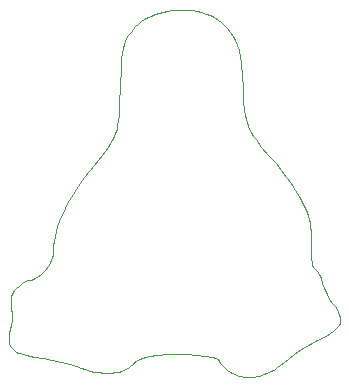
<source format=gbr>
G04 #@! TF.GenerationSoftware,KiCad,Pcbnew,5.1.2*
G04 #@! TF.CreationDate,2019-07-12T11:27:54-05:00*
G04 #@! TF.ProjectId,Tux,5475782e-6b69-4636-9164-5f7063625858,rev?*
G04 #@! TF.SameCoordinates,Original*
G04 #@! TF.FileFunction,Profile,NP*
%FSLAX46Y46*%
G04 Gerber Fmt 4.6, Leading zero omitted, Abs format (unit mm)*
G04 Created by KiCad (PCBNEW 5.1.2) date 2019-07-12 11:27:54*
%MOMM*%
%LPD*%
G04 APERTURE LIST*
%ADD10C,0.100000*%
G04 APERTURE END LIST*
D10*
X155535760Y-80236170D02*
X155141098Y-80246210D01*
X155141098Y-80246210D02*
X154758034Y-80276130D01*
X154758034Y-80276130D02*
X154387126Y-80325640D01*
X154387126Y-80325640D02*
X154028934Y-80394461D01*
X154028934Y-80394461D02*
X153684018Y-80482291D01*
X153684018Y-80482291D02*
X153352938Y-80588844D01*
X153352938Y-80588844D02*
X153036254Y-80713834D01*
X153036254Y-80713834D02*
X152734524Y-80856968D01*
X152734524Y-80856968D02*
X152448309Y-81017958D01*
X152448309Y-81017958D02*
X152178168Y-81196515D01*
X152178168Y-81196515D02*
X151924661Y-81392348D01*
X151924661Y-81392348D02*
X151688347Y-81605167D01*
X151688347Y-81605167D02*
X151469787Y-81834683D01*
X151469787Y-81834683D02*
X151269540Y-82080608D01*
X151269540Y-82080608D02*
X151088165Y-82342651D01*
X151088165Y-82342651D02*
X150926222Y-82620522D01*
X150926222Y-82620522D02*
X150794898Y-82886217D01*
X150794898Y-82886217D02*
X150690577Y-83156394D01*
X150690577Y-83156394D02*
X150608747Y-83465574D01*
X150608747Y-83465574D02*
X150544887Y-83848279D01*
X150544887Y-83848279D02*
X150494497Y-84339029D01*
X150494497Y-84339029D02*
X150453057Y-84972346D01*
X150453057Y-84972346D02*
X150378967Y-86804763D01*
X150378967Y-86804763D02*
X150329467Y-88117923D01*
X150329467Y-88117923D02*
X150264677Y-89142410D01*
X150264677Y-89142410D02*
X150218687Y-89569534D01*
X150218687Y-89569534D02*
X150159427Y-89952252D01*
X150159427Y-89952252D02*
X150083757Y-90299816D01*
X150083757Y-90299816D02*
X149988537Y-90621480D01*
X149988537Y-90621480D02*
X149870608Y-90926498D01*
X149870608Y-90926498D02*
X149726826Y-91224123D01*
X149726826Y-91224123D02*
X149554044Y-91523609D01*
X149554044Y-91523609D02*
X149349116Y-91834211D01*
X149349116Y-91834211D02*
X148830230Y-92525773D01*
X148830230Y-92525773D02*
X148144990Y-93372838D01*
X148144990Y-93372838D02*
X147740876Y-93878951D01*
X147740876Y-93878951D02*
X147360938Y-94379695D01*
X147360938Y-94379695D02*
X147005430Y-94874543D01*
X147005430Y-94874543D02*
X146674604Y-95362963D01*
X146674604Y-95362963D02*
X146368714Y-95844428D01*
X146368714Y-95844428D02*
X146088011Y-96318408D01*
X146088011Y-96318408D02*
X145832749Y-96784372D01*
X145832749Y-96784372D02*
X145603180Y-97241792D01*
X145603180Y-97241792D02*
X145399558Y-97690138D01*
X145399558Y-97690138D02*
X145222135Y-98128882D01*
X145222135Y-98128882D02*
X145071164Y-98557492D01*
X145071164Y-98557492D02*
X144946899Y-98975440D01*
X144946899Y-98975440D02*
X144849589Y-99382197D01*
X144849589Y-99382197D02*
X144779489Y-99777233D01*
X144779489Y-99777233D02*
X144736859Y-100160019D01*
X144736859Y-100160019D02*
X144721939Y-100530024D01*
X144721939Y-100530024D02*
X144710269Y-100751965D01*
X144710269Y-100751965D02*
X144677189Y-100972595D01*
X144677189Y-100972595D02*
X144623829Y-101190523D01*
X144623829Y-101190523D02*
X144551319Y-101404356D01*
X144551319Y-101404356D02*
X144460789Y-101612700D01*
X144460789Y-101612700D02*
X144353368Y-101814162D01*
X144353368Y-101814162D02*
X144230188Y-102007349D01*
X144230188Y-102007349D02*
X144092381Y-102190869D01*
X144092381Y-102190869D02*
X143941078Y-102363327D01*
X143941078Y-102363327D02*
X143777410Y-102523332D01*
X143777410Y-102523332D02*
X143602507Y-102669490D01*
X143602507Y-102669490D02*
X143417502Y-102800407D01*
X143417502Y-102800407D02*
X143223524Y-102914692D01*
X143223524Y-102914692D02*
X143021705Y-103010952D01*
X143021705Y-103010952D02*
X142813176Y-103087792D01*
X142813176Y-103087792D02*
X142599068Y-103143822D01*
X142599068Y-103143822D02*
X142359775Y-103228332D01*
X142359775Y-103228332D02*
X142088622Y-103379135D01*
X142088622Y-103379135D02*
X141818961Y-103574933D01*
X141818961Y-103574933D02*
X141584143Y-103794430D01*
X141584143Y-103794430D02*
X141431240Y-103967205D01*
X141431240Y-103967205D02*
X141314889Y-104120675D01*
X141314889Y-104120675D02*
X141231539Y-104269681D01*
X141231539Y-104269681D02*
X141177649Y-104429064D01*
X141177649Y-104429064D02*
X141149669Y-104613667D01*
X141149669Y-104613667D02*
X141144069Y-104838328D01*
X141144069Y-104838328D02*
X141185729Y-105467194D01*
X141185729Y-105467194D02*
X141209009Y-105960882D01*
X141209009Y-105960882D02*
X141197539Y-106470527D01*
X141197539Y-106470527D02*
X141154709Y-106936100D01*
X141154709Y-106936100D02*
X141083929Y-107297574D01*
X141083929Y-107297574D02*
X141008389Y-107618580D01*
X141008389Y-107618580D02*
X140973109Y-107918082D01*
X140973109Y-107918082D02*
X140977809Y-108194905D01*
X140977809Y-108194905D02*
X141022099Y-108447875D01*
X141022099Y-108447875D02*
X141105709Y-108675816D01*
X141105709Y-108675816D02*
X141228330Y-108877553D01*
X141228330Y-108877553D02*
X141389648Y-109051912D01*
X141389648Y-109051912D02*
X141589351Y-109197716D01*
X141589351Y-109197716D02*
X141716838Y-109257366D01*
X141716838Y-109257366D02*
X141905903Y-109322636D01*
X141905903Y-109322636D02*
X142432147Y-109461599D01*
X142432147Y-109461599D02*
X143094840Y-109597683D01*
X143094840Y-109597683D02*
X143820741Y-109713965D01*
X143820741Y-109713965D02*
X144600099Y-109844501D01*
X144600099Y-109844501D02*
X145392739Y-110017614D01*
X145392739Y-110017614D02*
X146111611Y-110212149D01*
X146111611Y-110212149D02*
X146669663Y-110406946D01*
X146669663Y-110406946D02*
X147052710Y-110555272D01*
X147052710Y-110555272D02*
X147435850Y-110680168D01*
X147435850Y-110680168D02*
X147816920Y-110781788D01*
X147816920Y-110781788D02*
X148193755Y-110860288D01*
X148193755Y-110860288D02*
X148564193Y-110915818D01*
X148564193Y-110915818D02*
X148926070Y-110948538D01*
X148926070Y-110948538D02*
X149277222Y-110958598D01*
X149277222Y-110958598D02*
X149615487Y-110946158D01*
X149615487Y-110946158D02*
X149938701Y-110911368D01*
X149938701Y-110911368D02*
X150244700Y-110854388D01*
X150244700Y-110854388D02*
X150531322Y-110775358D01*
X150531322Y-110775358D02*
X150796402Y-110674447D01*
X150796402Y-110674447D02*
X151037778Y-110551804D01*
X151037778Y-110551804D02*
X151253285Y-110407584D01*
X151253285Y-110407584D02*
X151440762Y-110241942D01*
X151440762Y-110241942D02*
X151598043Y-110055031D01*
X151598043Y-110055031D02*
X151699615Y-109951664D01*
X151699615Y-109951664D02*
X151849150Y-109855054D01*
X151849150Y-109855054D02*
X152042955Y-109765624D01*
X152042955Y-109765624D02*
X152277341Y-109683784D01*
X152277341Y-109683784D02*
X152548618Y-109609964D01*
X152548618Y-109609964D02*
X152853094Y-109544584D01*
X152853094Y-109544584D02*
X153546883Y-109440844D01*
X153546883Y-109440844D02*
X154329186Y-109375924D01*
X154329186Y-109375924D02*
X155170477Y-109353204D01*
X155170477Y-109353204D02*
X156041234Y-109376044D01*
X156041234Y-109376044D02*
X156911931Y-109447824D01*
X156911931Y-109447824D02*
X157575443Y-109534554D01*
X157575443Y-109534554D02*
X158127779Y-109628834D01*
X158127779Y-109628834D02*
X158511312Y-109719294D01*
X158511312Y-109719294D02*
X158621768Y-109759544D01*
X158621768Y-109759544D02*
X158668408Y-109794574D01*
X158668408Y-109794574D02*
X158754568Y-109961066D01*
X158754568Y-109961066D02*
X158886763Y-110144450D01*
X158886763Y-110144450D02*
X159055305Y-110335880D01*
X159055305Y-110335880D02*
X159250502Y-110526508D01*
X159250502Y-110526508D02*
X159462660Y-110707487D01*
X159462660Y-110707487D02*
X159682088Y-110869970D01*
X159682088Y-110869970D02*
X159899093Y-111005108D01*
X159899093Y-111005108D02*
X160103983Y-111104058D01*
X160103983Y-111104058D02*
X160364037Y-111195968D01*
X160364037Y-111195968D02*
X160625713Y-111265108D01*
X160625713Y-111265108D02*
X160889210Y-111311428D01*
X160889210Y-111311428D02*
X161154728Y-111334858D01*
X161154728Y-111334858D02*
X161422465Y-111335351D01*
X161422465Y-111335351D02*
X161692620Y-111312851D01*
X161692620Y-111312851D02*
X161965391Y-111267291D01*
X161965391Y-111267291D02*
X162240978Y-111198631D01*
X162240978Y-111198631D02*
X162519579Y-111106801D01*
X162519579Y-111106801D02*
X162801394Y-110991749D01*
X162801394Y-110991749D02*
X163086620Y-110853417D01*
X163086620Y-110853417D02*
X163375458Y-110691751D01*
X163375458Y-110691751D02*
X163668105Y-110506693D01*
X163668105Y-110506693D02*
X163964761Y-110298186D01*
X163964761Y-110298186D02*
X164265624Y-110066174D01*
X164265624Y-110066174D02*
X164570894Y-109810601D01*
X164570894Y-109810601D02*
X165087971Y-109405887D01*
X165087971Y-109405887D02*
X165735238Y-108965174D01*
X165735238Y-108965174D02*
X166430010Y-108541644D01*
X166430010Y-108541644D02*
X167089603Y-108188477D01*
X167089603Y-108188477D02*
X167827675Y-107805672D01*
X167827675Y-107805672D02*
X168128458Y-107628250D01*
X168128458Y-107628250D02*
X168384966Y-107457081D01*
X168384966Y-107457081D02*
X168598122Y-107289868D01*
X168598122Y-107289868D02*
X168768844Y-107124308D01*
X168768844Y-107124308D02*
X168898055Y-106958104D01*
X168898055Y-106958104D02*
X168986675Y-106788955D01*
X168986675Y-106788955D02*
X169035625Y-106614561D01*
X169035625Y-106614561D02*
X169045825Y-106432623D01*
X169045825Y-106432623D02*
X169018195Y-106240841D01*
X169018195Y-106240841D02*
X168953655Y-106036916D01*
X168953655Y-106036916D02*
X168853128Y-105818547D01*
X168853128Y-105818547D02*
X168717534Y-105583436D01*
X168717534Y-105583436D02*
X168547793Y-105329281D01*
X168547793Y-105329281D02*
X168344827Y-105053784D01*
X168344827Y-105053784D02*
X168111859Y-104702433D01*
X168111859Y-104702433D02*
X167875575Y-104266626D01*
X167875575Y-104266626D02*
X167663594Y-103801814D01*
X167663594Y-103801814D02*
X167503535Y-103363448D01*
X167503535Y-103363448D02*
X167360045Y-102962935D01*
X167360045Y-102962935D02*
X167193164Y-102601216D01*
X167193164Y-102601216D02*
X167023598Y-102318047D01*
X167023598Y-102318047D02*
X166944278Y-102218347D01*
X166944278Y-102218347D02*
X166872048Y-102153187D01*
X166872048Y-102153187D02*
X166778168Y-102073377D01*
X166778168Y-102073377D02*
X166703488Y-101967081D01*
X166703488Y-101967081D02*
X166645958Y-101820987D01*
X166645958Y-101820987D02*
X166603528Y-101621786D01*
X166603528Y-101621786D02*
X166574158Y-101356168D01*
X166574158Y-101356168D02*
X166555798Y-101010827D01*
X166555798Y-101010827D02*
X166543898Y-100027733D01*
X166543898Y-100027733D02*
X166527898Y-98991213D01*
X166527898Y-98991213D02*
X166501928Y-98600773D01*
X166501928Y-98600773D02*
X166459058Y-98266031D01*
X166459058Y-98266031D02*
X166395598Y-97964854D01*
X166395598Y-97964854D02*
X166307848Y-97675105D01*
X166307848Y-97675105D02*
X166192115Y-97374650D01*
X166192115Y-97374650D02*
X166044707Y-97041352D01*
X166044707Y-97041352D02*
X165782352Y-96499045D01*
X165782352Y-96499045D02*
X165501455Y-95974695D01*
X165501455Y-95974695D02*
X165194339Y-95457065D01*
X165194339Y-95457065D02*
X164853328Y-94934921D01*
X164853328Y-94934921D02*
X164470747Y-94397029D01*
X164470747Y-94397029D02*
X164038921Y-93832153D01*
X164038921Y-93832153D02*
X163550174Y-93229058D01*
X163550174Y-93229058D02*
X162996831Y-92576509D01*
X162996831Y-92576509D02*
X162351994Y-91815941D01*
X162351994Y-91815941D02*
X161854616Y-91177714D01*
X161854616Y-91177714D02*
X161654496Y-90887109D01*
X161654496Y-90887109D02*
X161483168Y-90606245D01*
X161483168Y-90606245D02*
X161337939Y-90328174D01*
X161337939Y-90328174D02*
X161216119Y-90045947D01*
X161216119Y-90045947D02*
X161115015Y-89752617D01*
X161115015Y-89752617D02*
X161031935Y-89441236D01*
X161031935Y-89441236D02*
X160964195Y-89104855D01*
X160964195Y-89104855D02*
X160909095Y-88736526D01*
X160909095Y-88736526D02*
X160826065Y-87876232D01*
X160826065Y-87876232D02*
X160761315Y-86804768D01*
X160761315Y-86804768D02*
X160692675Y-85723143D01*
X160692675Y-85723143D02*
X160609795Y-84758698D01*
X160609795Y-84758698D02*
X160523095Y-84016561D01*
X160523095Y-84016561D02*
X160481565Y-83761712D01*
X160481565Y-83761712D02*
X160442985Y-83601863D01*
X160442985Y-83601863D02*
X160287902Y-83186958D01*
X160287902Y-83186958D02*
X160113935Y-82800239D01*
X160113935Y-82800239D02*
X159920799Y-82441511D01*
X159920799Y-82441511D02*
X159708207Y-82110579D01*
X159708207Y-82110579D02*
X159475876Y-81807247D01*
X159475876Y-81807247D02*
X159223520Y-81531319D01*
X159223520Y-81531319D02*
X158950853Y-81282598D01*
X158950853Y-81282598D02*
X158657590Y-81060891D01*
X158657590Y-81060891D02*
X158343446Y-80866000D01*
X158343446Y-80866000D02*
X158008135Y-80697728D01*
X158008135Y-80697728D02*
X157651372Y-80555883D01*
X157651372Y-80555883D02*
X157272872Y-80440266D01*
X157272872Y-80440266D02*
X156872349Y-80350687D01*
X156872349Y-80350687D02*
X156449518Y-80286937D01*
X156449518Y-80286937D02*
X156004094Y-80248837D01*
X156004094Y-80248837D02*
X155535792Y-80236176D01*
X155535792Y-80236176D02*
X155535792Y-80236176D01*
X155535792Y-80236176D02*
X155535760Y-80236170D01*
M02*

</source>
